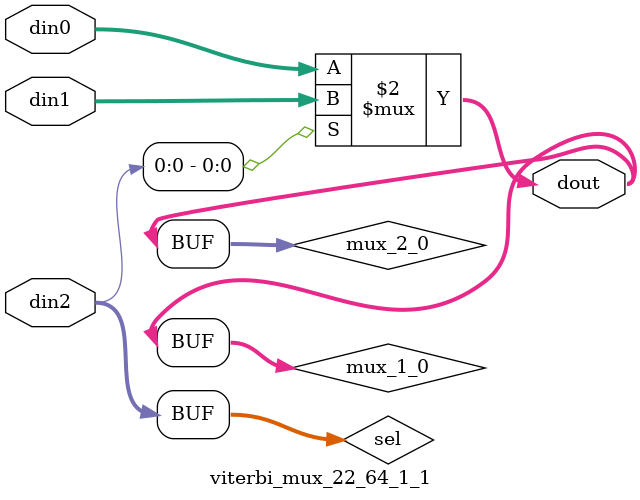
<source format=v>

`timescale 1ns/1ps

module viterbi_mux_22_64_1_1 #(
parameter
    ID                = 0,
    NUM_STAGE         = 1,
    din0_WIDTH       = 32,
    din1_WIDTH       = 32,
    din2_WIDTH         = 32,
    dout_WIDTH            = 32
)(
    input  [63 : 0]     din0,
    input  [63 : 0]     din1,
    input  [1 : 0]    din2,
    output [63 : 0]   dout);

// puts internal signals
wire [1 : 0]     sel;
// level 1 signals
wire [63 : 0]         mux_1_0;
// level 2 signals
wire [63 : 0]         mux_2_0;

assign sel = din2;

// Generate level 1 logic
assign mux_1_0 = (sel[0] == 0)? din0 : din1;

// Generate level 2 logic
assign mux_2_0 = mux_1_0;

// output logic
assign dout = mux_2_0;

endmodule

</source>
